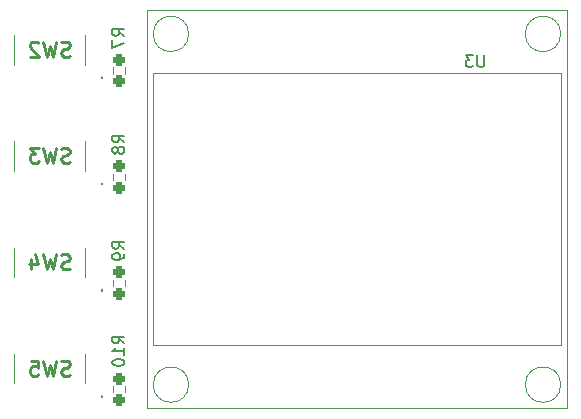
<source format=gbo>
%TF.GenerationSoftware,KiCad,Pcbnew,(6.0.0)*%
%TF.CreationDate,2022-01-24T15:51:04+11:00*%
%TF.ProjectId,Battery Monitor,42617474-6572-4792-904d-6f6e69746f72,rev?*%
%TF.SameCoordinates,Original*%
%TF.FileFunction,Legend,Bot*%
%TF.FilePolarity,Positive*%
%FSLAX46Y46*%
G04 Gerber Fmt 4.6, Leading zero omitted, Abs format (unit mm)*
G04 Created by KiCad (PCBNEW (6.0.0)) date 2022-01-24 15:51:04*
%MOMM*%
%LPD*%
G01*
G04 APERTURE LIST*
G04 Aperture macros list*
%AMRoundRect*
0 Rectangle with rounded corners*
0 $1 Rounding radius*
0 $2 $3 $4 $5 $6 $7 $8 $9 X,Y pos of 4 corners*
0 Add a 4 corners polygon primitive as box body*
4,1,4,$2,$3,$4,$5,$6,$7,$8,$9,$2,$3,0*
0 Add four circle primitives for the rounded corners*
1,1,$1+$1,$2,$3*
1,1,$1+$1,$4,$5*
1,1,$1+$1,$6,$7*
1,1,$1+$1,$8,$9*
0 Add four rect primitives between the rounded corners*
20,1,$1+$1,$2,$3,$4,$5,0*
20,1,$1+$1,$4,$5,$6,$7,0*
20,1,$1+$1,$6,$7,$8,$9,0*
20,1,$1+$1,$8,$9,$2,$3,0*%
G04 Aperture macros list end*
%ADD10C,0.254000*%
%ADD11C,0.150000*%
%ADD12C,0.100000*%
%ADD13C,0.200000*%
%ADD14C,0.120000*%
%ADD15C,1.400000*%
%ADD16R,1.400000X1.400000*%
%ADD17R,1.700000X1.700000*%
%ADD18O,1.700000X1.700000*%
%ADD19R,2.785000X1.400000*%
%ADD20RoundRect,0.237500X-0.237500X0.250000X-0.237500X-0.250000X0.237500X-0.250000X0.237500X0.250000X0*%
%ADD21C,1.750000*%
G04 APERTURE END LIST*
D10*
X140693333Y-107514047D02*
X140511904Y-107574523D01*
X140209523Y-107574523D01*
X140088571Y-107514047D01*
X140028095Y-107453571D01*
X139967619Y-107332619D01*
X139967619Y-107211666D01*
X140028095Y-107090714D01*
X140088571Y-107030238D01*
X140209523Y-106969761D01*
X140451428Y-106909285D01*
X140572380Y-106848809D01*
X140632857Y-106788333D01*
X140693333Y-106667380D01*
X140693333Y-106546428D01*
X140632857Y-106425476D01*
X140572380Y-106365000D01*
X140451428Y-106304523D01*
X140149047Y-106304523D01*
X139967619Y-106365000D01*
X139544285Y-106304523D02*
X139241904Y-107574523D01*
X139000000Y-106667380D01*
X138758095Y-107574523D01*
X138455714Y-106304523D01*
X137427619Y-106727857D02*
X137427619Y-107574523D01*
X137730000Y-106244047D02*
X138032380Y-107151190D01*
X137246190Y-107151190D01*
D11*
X145302380Y-96833333D02*
X144826190Y-96500000D01*
X145302380Y-96261904D02*
X144302380Y-96261904D01*
X144302380Y-96642857D01*
X144350000Y-96738095D01*
X144397619Y-96785714D01*
X144492857Y-96833333D01*
X144635714Y-96833333D01*
X144730952Y-96785714D01*
X144778571Y-96738095D01*
X144826190Y-96642857D01*
X144826190Y-96261904D01*
X144730952Y-97404761D02*
X144683333Y-97309523D01*
X144635714Y-97261904D01*
X144540476Y-97214285D01*
X144492857Y-97214285D01*
X144397619Y-97261904D01*
X144350000Y-97309523D01*
X144302380Y-97404761D01*
X144302380Y-97595238D01*
X144350000Y-97690476D01*
X144397619Y-97738095D01*
X144492857Y-97785714D01*
X144540476Y-97785714D01*
X144635714Y-97738095D01*
X144683333Y-97690476D01*
X144730952Y-97595238D01*
X144730952Y-97404761D01*
X144778571Y-97309523D01*
X144826190Y-97261904D01*
X144921428Y-97214285D01*
X145111904Y-97214285D01*
X145207142Y-97261904D01*
X145254761Y-97309523D01*
X145302380Y-97404761D01*
X145302380Y-97595238D01*
X145254761Y-97690476D01*
X145207142Y-97738095D01*
X145111904Y-97785714D01*
X144921428Y-97785714D01*
X144826190Y-97738095D01*
X144778571Y-97690476D01*
X144730952Y-97595238D01*
X145302380Y-87833333D02*
X144826190Y-87500000D01*
X145302380Y-87261904D02*
X144302380Y-87261904D01*
X144302380Y-87642857D01*
X144350000Y-87738095D01*
X144397619Y-87785714D01*
X144492857Y-87833333D01*
X144635714Y-87833333D01*
X144730952Y-87785714D01*
X144778571Y-87738095D01*
X144826190Y-87642857D01*
X144826190Y-87261904D01*
X144302380Y-88166666D02*
X144302380Y-88833333D01*
X145302380Y-88404761D01*
X175761904Y-89452380D02*
X175761904Y-90261904D01*
X175714285Y-90357142D01*
X175666666Y-90404761D01*
X175571428Y-90452380D01*
X175380952Y-90452380D01*
X175285714Y-90404761D01*
X175238095Y-90357142D01*
X175190476Y-90261904D01*
X175190476Y-89452380D01*
X174809523Y-89452380D02*
X174190476Y-89452380D01*
X174523809Y-89833333D01*
X174380952Y-89833333D01*
X174285714Y-89880952D01*
X174238095Y-89928571D01*
X174190476Y-90023809D01*
X174190476Y-90261904D01*
X174238095Y-90357142D01*
X174285714Y-90404761D01*
X174380952Y-90452380D01*
X174666666Y-90452380D01*
X174761904Y-90404761D01*
X174809523Y-90357142D01*
D10*
X140693333Y-98514047D02*
X140511904Y-98574523D01*
X140209523Y-98574523D01*
X140088571Y-98514047D01*
X140028095Y-98453571D01*
X139967619Y-98332619D01*
X139967619Y-98211666D01*
X140028095Y-98090714D01*
X140088571Y-98030238D01*
X140209523Y-97969761D01*
X140451428Y-97909285D01*
X140572380Y-97848809D01*
X140632857Y-97788333D01*
X140693333Y-97667380D01*
X140693333Y-97546428D01*
X140632857Y-97425476D01*
X140572380Y-97365000D01*
X140451428Y-97304523D01*
X140149047Y-97304523D01*
X139967619Y-97365000D01*
X139544285Y-97304523D02*
X139241904Y-98574523D01*
X139000000Y-97667380D01*
X138758095Y-98574523D01*
X138455714Y-97304523D01*
X138092857Y-97304523D02*
X137306666Y-97304523D01*
X137730000Y-97788333D01*
X137548571Y-97788333D01*
X137427619Y-97848809D01*
X137367142Y-97909285D01*
X137306666Y-98030238D01*
X137306666Y-98332619D01*
X137367142Y-98453571D01*
X137427619Y-98514047D01*
X137548571Y-98574523D01*
X137911428Y-98574523D01*
X138032380Y-98514047D01*
X138092857Y-98453571D01*
D11*
X145302380Y-113857142D02*
X144826190Y-113523809D01*
X145302380Y-113285714D02*
X144302380Y-113285714D01*
X144302380Y-113666666D01*
X144350000Y-113761904D01*
X144397619Y-113809523D01*
X144492857Y-113857142D01*
X144635714Y-113857142D01*
X144730952Y-113809523D01*
X144778571Y-113761904D01*
X144826190Y-113666666D01*
X144826190Y-113285714D01*
X145302380Y-114809523D02*
X145302380Y-114238095D01*
X145302380Y-114523809D02*
X144302380Y-114523809D01*
X144445238Y-114428571D01*
X144540476Y-114333333D01*
X144588095Y-114238095D01*
X144302380Y-115428571D02*
X144302380Y-115523809D01*
X144350000Y-115619047D01*
X144397619Y-115666666D01*
X144492857Y-115714285D01*
X144683333Y-115761904D01*
X144921428Y-115761904D01*
X145111904Y-115714285D01*
X145207142Y-115666666D01*
X145254761Y-115619047D01*
X145302380Y-115523809D01*
X145302380Y-115428571D01*
X145254761Y-115333333D01*
X145207142Y-115285714D01*
X145111904Y-115238095D01*
X144921428Y-115190476D01*
X144683333Y-115190476D01*
X144492857Y-115238095D01*
X144397619Y-115285714D01*
X144350000Y-115333333D01*
X144302380Y-115428571D01*
D10*
X140693333Y-116514047D02*
X140511904Y-116574523D01*
X140209523Y-116574523D01*
X140088571Y-116514047D01*
X140028095Y-116453571D01*
X139967619Y-116332619D01*
X139967619Y-116211666D01*
X140028095Y-116090714D01*
X140088571Y-116030238D01*
X140209523Y-115969761D01*
X140451428Y-115909285D01*
X140572380Y-115848809D01*
X140632857Y-115788333D01*
X140693333Y-115667380D01*
X140693333Y-115546428D01*
X140632857Y-115425476D01*
X140572380Y-115365000D01*
X140451428Y-115304523D01*
X140149047Y-115304523D01*
X139967619Y-115365000D01*
X139544285Y-115304523D02*
X139241904Y-116574523D01*
X139000000Y-115667380D01*
X138758095Y-116574523D01*
X138455714Y-115304523D01*
X137367142Y-115304523D02*
X137971904Y-115304523D01*
X138032380Y-115909285D01*
X137971904Y-115848809D01*
X137850952Y-115788333D01*
X137548571Y-115788333D01*
X137427619Y-115848809D01*
X137367142Y-115909285D01*
X137306666Y-116030238D01*
X137306666Y-116332619D01*
X137367142Y-116453571D01*
X137427619Y-116514047D01*
X137548571Y-116574523D01*
X137850952Y-116574523D01*
X137971904Y-116514047D01*
X138032380Y-116453571D01*
D11*
X145302380Y-105833333D02*
X144826190Y-105500000D01*
X145302380Y-105261904D02*
X144302380Y-105261904D01*
X144302380Y-105642857D01*
X144350000Y-105738095D01*
X144397619Y-105785714D01*
X144492857Y-105833333D01*
X144635714Y-105833333D01*
X144730952Y-105785714D01*
X144778571Y-105738095D01*
X144826190Y-105642857D01*
X144826190Y-105261904D01*
X145302380Y-106309523D02*
X145302380Y-106500000D01*
X145254761Y-106595238D01*
X145207142Y-106642857D01*
X145064285Y-106738095D01*
X144873809Y-106785714D01*
X144492857Y-106785714D01*
X144397619Y-106738095D01*
X144350000Y-106690476D01*
X144302380Y-106595238D01*
X144302380Y-106404761D01*
X144350000Y-106309523D01*
X144397619Y-106261904D01*
X144492857Y-106214285D01*
X144730952Y-106214285D01*
X144826190Y-106261904D01*
X144873809Y-106309523D01*
X144921428Y-106404761D01*
X144921428Y-106595238D01*
X144873809Y-106690476D01*
X144826190Y-106738095D01*
X144730952Y-106785714D01*
D10*
X140693333Y-89514047D02*
X140511904Y-89574523D01*
X140209523Y-89574523D01*
X140088571Y-89514047D01*
X140028095Y-89453571D01*
X139967619Y-89332619D01*
X139967619Y-89211666D01*
X140028095Y-89090714D01*
X140088571Y-89030238D01*
X140209523Y-88969761D01*
X140451428Y-88909285D01*
X140572380Y-88848809D01*
X140632857Y-88788333D01*
X140693333Y-88667380D01*
X140693333Y-88546428D01*
X140632857Y-88425476D01*
X140572380Y-88365000D01*
X140451428Y-88304523D01*
X140149047Y-88304523D01*
X139967619Y-88365000D01*
X139544285Y-88304523D02*
X139241904Y-89574523D01*
X139000000Y-88667380D01*
X138758095Y-89574523D01*
X138455714Y-88304523D01*
X138032380Y-88425476D02*
X137971904Y-88365000D01*
X137850952Y-88304523D01*
X137548571Y-88304523D01*
X137427619Y-88365000D01*
X137367142Y-88425476D01*
X137306666Y-88546428D01*
X137306666Y-88667380D01*
X137367142Y-88848809D01*
X138092857Y-89574523D01*
X137306666Y-89574523D01*
D12*
X142000000Y-108250000D02*
X142000000Y-108250000D01*
X142000000Y-108250000D02*
X142000000Y-105750000D01*
D13*
X143400000Y-109300000D02*
X143400000Y-109300000D01*
D12*
X136000000Y-105750000D02*
X136000000Y-105750000D01*
D13*
X143400000Y-109400000D02*
X143400000Y-109400000D01*
X143400000Y-109400000D02*
X143400000Y-109400000D01*
D12*
X136000000Y-108250000D02*
X136000000Y-108250000D01*
X142000000Y-105750000D02*
X142000000Y-105750000D01*
X136000000Y-108250000D02*
X136000000Y-105750000D01*
X142000000Y-105750000D02*
X142000000Y-108250000D01*
X136000000Y-105750000D02*
X136000000Y-108250000D01*
D13*
X143400000Y-109300000D02*
G75*
G03*
X143400000Y-109400000I0J-50000D01*
G01*
X143400000Y-109300000D02*
G75*
G03*
X143400000Y-109400000I0J-50000D01*
G01*
X143400000Y-109400000D02*
G75*
G03*
X143400000Y-109300000I0J50000D01*
G01*
D14*
X145372500Y-99495276D02*
X145372500Y-100004724D01*
X144327500Y-99495276D02*
X144327500Y-100004724D01*
X144327500Y-90495276D02*
X144327500Y-91004724D01*
X145372500Y-90495276D02*
X145372500Y-91004724D01*
X182250000Y-91000000D02*
X147750000Y-91000000D01*
X147750000Y-91000000D02*
X147750000Y-114000000D01*
X147750000Y-114000000D02*
X182250000Y-114000000D01*
X182250000Y-114000000D02*
X182250000Y-91000000D01*
X182750000Y-85650000D02*
X147250000Y-85650000D01*
X147250000Y-85650000D02*
X147250000Y-119350000D01*
X147250000Y-119350000D02*
X182750000Y-119350000D01*
X182750000Y-119350000D02*
X182750000Y-85650000D01*
X182250000Y-117350000D02*
G75*
G03*
X182250000Y-117350000I-1500000J0D01*
G01*
X150750000Y-87650000D02*
G75*
G03*
X150750000Y-87650000I-1500000J0D01*
G01*
X182250000Y-87650000D02*
G75*
G03*
X182250000Y-87650000I-1500000J0D01*
G01*
X150750000Y-117350000D02*
G75*
G03*
X150750000Y-117350000I-1500000J0D01*
G01*
D12*
X142000000Y-96750000D02*
X142000000Y-96750000D01*
D13*
X143400000Y-100400000D02*
X143400000Y-100400000D01*
D12*
X136000000Y-96750000D02*
X136000000Y-99250000D01*
X136000000Y-96750000D02*
X136000000Y-96750000D01*
X136000000Y-99250000D02*
X136000000Y-99250000D01*
D13*
X143400000Y-100400000D02*
X143400000Y-100400000D01*
D12*
X136000000Y-99250000D02*
X136000000Y-96750000D01*
X142000000Y-99250000D02*
X142000000Y-99250000D01*
D13*
X143400000Y-100300000D02*
X143400000Y-100300000D01*
D12*
X142000000Y-96750000D02*
X142000000Y-99250000D01*
X142000000Y-99250000D02*
X142000000Y-96750000D01*
D13*
X143400000Y-100400000D02*
G75*
G03*
X143400000Y-100300000I0J50000D01*
G01*
X143400000Y-100300000D02*
G75*
G03*
X143400000Y-100400000I0J-50000D01*
G01*
X143400000Y-100300000D02*
G75*
G03*
X143400000Y-100400000I0J-50000D01*
G01*
D14*
X145372500Y-117495276D02*
X145372500Y-118004724D01*
X144327500Y-117495276D02*
X144327500Y-118004724D01*
D12*
X142000000Y-117250000D02*
X142000000Y-117250000D01*
X142000000Y-117250000D02*
X142000000Y-114750000D01*
D13*
X143400000Y-118300000D02*
X143400000Y-118300000D01*
X143400000Y-118400000D02*
X143400000Y-118400000D01*
D12*
X136000000Y-114750000D02*
X136000000Y-117250000D01*
X142000000Y-114750000D02*
X142000000Y-117250000D01*
X136000000Y-114750000D02*
X136000000Y-114750000D01*
X136000000Y-117250000D02*
X136000000Y-114750000D01*
X142000000Y-114750000D02*
X142000000Y-114750000D01*
D13*
X143400000Y-118400000D02*
X143400000Y-118400000D01*
D12*
X136000000Y-117250000D02*
X136000000Y-117250000D01*
D13*
X143400000Y-118300000D02*
G75*
G03*
X143400000Y-118400000I0J-50000D01*
G01*
X143400000Y-118300000D02*
G75*
G03*
X143400000Y-118400000I0J-50000D01*
G01*
X143400000Y-118400000D02*
G75*
G03*
X143400000Y-118300000I0J50000D01*
G01*
D14*
X145372500Y-108495276D02*
X145372500Y-109004724D01*
X144327500Y-108495276D02*
X144327500Y-109004724D01*
D12*
X136000000Y-87750000D02*
X136000000Y-90250000D01*
X136000000Y-87750000D02*
X136000000Y-87750000D01*
D13*
X143400000Y-91400000D02*
X143400000Y-91400000D01*
X143400000Y-91300000D02*
X143400000Y-91300000D01*
D12*
X136000000Y-90250000D02*
X136000000Y-87750000D01*
D13*
X143400000Y-91400000D02*
X143400000Y-91400000D01*
D12*
X142000000Y-87750000D02*
X142000000Y-90250000D01*
X142000000Y-90250000D02*
X142000000Y-90250000D01*
X136000000Y-90250000D02*
X136000000Y-90250000D01*
X142000000Y-90250000D02*
X142000000Y-87750000D01*
X142000000Y-87750000D02*
X142000000Y-87750000D01*
D13*
X143400000Y-91400000D02*
G75*
G03*
X143400000Y-91300000I0J50000D01*
G01*
X143400000Y-91300000D02*
G75*
G03*
X143400000Y-91400000I0J-50000D01*
G01*
X143400000Y-91300000D02*
G75*
G03*
X143400000Y-91400000I0J-50000D01*
G01*
%LPC*%
D15*
X196450000Y-98500000D03*
X196450000Y-100500000D03*
X196450000Y-102500000D03*
X196450000Y-104500000D03*
D16*
X196450000Y-106500000D03*
D17*
X165325000Y-111525000D03*
D18*
X165325000Y-108985000D03*
X167865000Y-111525000D03*
X167865000Y-108985000D03*
X170405000Y-111525000D03*
X170405000Y-108985000D03*
D17*
X132350000Y-96870000D03*
D18*
X132350000Y-94330000D03*
X132350000Y-91790000D03*
X132350000Y-89250000D03*
X132350000Y-86710000D03*
D17*
X185000000Y-92125000D03*
D18*
X187540000Y-92125000D03*
X190080000Y-92125000D03*
X192620000Y-92125000D03*
X195160000Y-92125000D03*
X197700000Y-92125000D03*
D19*
X141408000Y-109250000D03*
X136592000Y-109250000D03*
X141408000Y-104750000D03*
X136592000Y-104750000D03*
D20*
X144850000Y-98837500D03*
X144850000Y-100662500D03*
X144850000Y-89837500D03*
X144850000Y-91662500D03*
D21*
X168810000Y-87260000D03*
X166270000Y-87260000D03*
X163730000Y-87260000D03*
X161190000Y-87260000D03*
D19*
X141408000Y-100250000D03*
X136592000Y-100250000D03*
X141408000Y-95750000D03*
X136592000Y-95750000D03*
D20*
X144850000Y-116837500D03*
X144850000Y-118662500D03*
D19*
X141408000Y-118250000D03*
X136592000Y-118250000D03*
X141408000Y-113750000D03*
X136592000Y-113750000D03*
D20*
X144850000Y-107837500D03*
X144850000Y-109662500D03*
D19*
X141408000Y-91250000D03*
X136592000Y-91250000D03*
X141408000Y-86750000D03*
X136592000Y-86750000D03*
M02*

</source>
